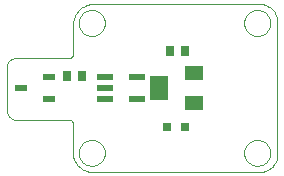
<source format=gtp>
G75*
%MOIN*%
%OFA0B0*%
%FSLAX24Y24*%
%IPPOS*%
%LPD*%
%AMOC8*
5,1,8,0,0,1.08239X$1,22.5*
%
%ADD10C,0.0000*%
%ADD11R,0.0520X0.0220*%
%ADD12R,0.0630X0.0512*%
%ADD13R,0.0630X0.0787*%
%ADD14R,0.0276X0.0354*%
%ADD15R,0.0315X0.0315*%
%ADD16R,0.0394X0.0197*%
D10*
X004197Y001722D02*
X009867Y001722D01*
X009866Y001721D02*
X009911Y001727D01*
X009955Y001737D01*
X009998Y001751D01*
X010040Y001767D01*
X010080Y001787D01*
X010119Y001810D01*
X010156Y001836D01*
X010190Y001865D01*
X010223Y001896D01*
X010252Y001930D01*
X010280Y001966D01*
X010304Y002004D01*
X010325Y002044D01*
X010343Y002085D01*
X010357Y002128D01*
X010368Y002172D01*
X010376Y002216D01*
X010380Y002261D01*
X010381Y002306D01*
X010378Y002351D01*
X010378Y002352D02*
X010378Y006682D01*
X010379Y006683D02*
X010380Y006729D01*
X010378Y006776D01*
X010372Y006822D01*
X010362Y006867D01*
X010349Y006912D01*
X010332Y006955D01*
X010312Y006997D01*
X010289Y007037D01*
X010263Y007076D01*
X010234Y007112D01*
X010202Y007146D01*
X010167Y007177D01*
X010130Y007205D01*
X010091Y007230D01*
X010050Y007253D01*
X010008Y007272D01*
X009964Y007287D01*
X009919Y007299D01*
X009874Y007308D01*
X009827Y007313D01*
X009827Y007312D02*
X004276Y007312D01*
X003764Y006682D02*
X003766Y006723D01*
X003772Y006764D01*
X003782Y006804D01*
X003795Y006843D01*
X003812Y006880D01*
X003833Y006916D01*
X003857Y006950D01*
X003884Y006981D01*
X003913Y007009D01*
X003946Y007035D01*
X003980Y007057D01*
X004017Y007076D01*
X004055Y007091D01*
X004095Y007103D01*
X004135Y007111D01*
X004176Y007115D01*
X004218Y007115D01*
X004259Y007111D01*
X004299Y007103D01*
X004339Y007091D01*
X004377Y007076D01*
X004413Y007057D01*
X004448Y007035D01*
X004481Y007009D01*
X004510Y006981D01*
X004537Y006950D01*
X004561Y006916D01*
X004582Y006880D01*
X004599Y006843D01*
X004612Y006804D01*
X004622Y006764D01*
X004628Y006723D01*
X004630Y006682D01*
X004628Y006641D01*
X004622Y006600D01*
X004612Y006560D01*
X004599Y006521D01*
X004582Y006484D01*
X004561Y006448D01*
X004537Y006414D01*
X004510Y006383D01*
X004481Y006355D01*
X004448Y006329D01*
X004414Y006307D01*
X004377Y006288D01*
X004339Y006273D01*
X004299Y006261D01*
X004259Y006253D01*
X004218Y006249D01*
X004176Y006249D01*
X004135Y006253D01*
X004095Y006261D01*
X004055Y006273D01*
X004017Y006288D01*
X003981Y006307D01*
X003946Y006329D01*
X003913Y006355D01*
X003884Y006383D01*
X003857Y006414D01*
X003833Y006448D01*
X003812Y006484D01*
X003795Y006521D01*
X003782Y006560D01*
X003772Y006600D01*
X003766Y006641D01*
X003764Y006682D01*
X003567Y006643D02*
X003567Y005659D01*
X003565Y005637D01*
X003561Y005615D01*
X003553Y005594D01*
X003542Y005574D01*
X003529Y005556D01*
X003513Y005540D01*
X003495Y005527D01*
X003475Y005516D01*
X003454Y005508D01*
X003432Y005504D01*
X003410Y005502D01*
X003410Y005501D02*
X001638Y005501D01*
X001638Y005502D02*
X001607Y005500D01*
X001577Y005495D01*
X001547Y005487D01*
X001518Y005475D01*
X001491Y005460D01*
X001466Y005442D01*
X001443Y005421D01*
X001422Y005398D01*
X001404Y005373D01*
X001389Y005346D01*
X001377Y005317D01*
X001369Y005287D01*
X001364Y005257D01*
X001362Y005226D01*
X001363Y005226D02*
X001363Y003769D01*
X001365Y003736D01*
X001370Y003704D01*
X001378Y003672D01*
X001390Y003641D01*
X001405Y003612D01*
X001423Y003584D01*
X001444Y003558D01*
X001467Y003535D01*
X001493Y003514D01*
X001521Y003496D01*
X001550Y003481D01*
X001581Y003469D01*
X001613Y003461D01*
X001645Y003456D01*
X001678Y003454D01*
X003449Y003454D01*
X003469Y003452D01*
X003489Y003447D01*
X003508Y003438D01*
X003525Y003426D01*
X003539Y003412D01*
X003551Y003395D01*
X003560Y003376D01*
X003565Y003356D01*
X003567Y003336D01*
X003567Y002352D01*
X003569Y002303D01*
X003575Y002253D01*
X003584Y002205D01*
X003598Y002157D01*
X003615Y002111D01*
X003636Y002066D01*
X003660Y002023D01*
X003687Y001982D01*
X003718Y001943D01*
X003752Y001907D01*
X003788Y001873D01*
X003827Y001842D01*
X003868Y001815D01*
X003911Y001791D01*
X003956Y001770D01*
X004002Y001753D01*
X004050Y001739D01*
X004098Y001730D01*
X004148Y001724D01*
X004197Y001722D01*
X003764Y002352D02*
X003766Y002393D01*
X003772Y002434D01*
X003782Y002474D01*
X003795Y002513D01*
X003812Y002550D01*
X003833Y002586D01*
X003857Y002620D01*
X003884Y002651D01*
X003913Y002679D01*
X003946Y002705D01*
X003980Y002727D01*
X004017Y002746D01*
X004055Y002761D01*
X004095Y002773D01*
X004135Y002781D01*
X004176Y002785D01*
X004218Y002785D01*
X004259Y002781D01*
X004299Y002773D01*
X004339Y002761D01*
X004377Y002746D01*
X004413Y002727D01*
X004448Y002705D01*
X004481Y002679D01*
X004510Y002651D01*
X004537Y002620D01*
X004561Y002586D01*
X004582Y002550D01*
X004599Y002513D01*
X004612Y002474D01*
X004622Y002434D01*
X004628Y002393D01*
X004630Y002352D01*
X004628Y002311D01*
X004622Y002270D01*
X004612Y002230D01*
X004599Y002191D01*
X004582Y002154D01*
X004561Y002118D01*
X004537Y002084D01*
X004510Y002053D01*
X004481Y002025D01*
X004448Y001999D01*
X004414Y001977D01*
X004377Y001958D01*
X004339Y001943D01*
X004299Y001931D01*
X004259Y001923D01*
X004218Y001919D01*
X004176Y001919D01*
X004135Y001923D01*
X004095Y001931D01*
X004055Y001943D01*
X004017Y001958D01*
X003981Y001977D01*
X003946Y001999D01*
X003913Y002025D01*
X003884Y002053D01*
X003857Y002084D01*
X003833Y002118D01*
X003812Y002154D01*
X003795Y002191D01*
X003782Y002230D01*
X003772Y002270D01*
X003766Y002311D01*
X003764Y002352D01*
X009276Y002352D02*
X009278Y002393D01*
X009284Y002434D01*
X009294Y002474D01*
X009307Y002513D01*
X009324Y002550D01*
X009345Y002586D01*
X009369Y002620D01*
X009396Y002651D01*
X009425Y002679D01*
X009458Y002705D01*
X009492Y002727D01*
X009529Y002746D01*
X009567Y002761D01*
X009607Y002773D01*
X009647Y002781D01*
X009688Y002785D01*
X009730Y002785D01*
X009771Y002781D01*
X009811Y002773D01*
X009851Y002761D01*
X009889Y002746D01*
X009925Y002727D01*
X009960Y002705D01*
X009993Y002679D01*
X010022Y002651D01*
X010049Y002620D01*
X010073Y002586D01*
X010094Y002550D01*
X010111Y002513D01*
X010124Y002474D01*
X010134Y002434D01*
X010140Y002393D01*
X010142Y002352D01*
X010140Y002311D01*
X010134Y002270D01*
X010124Y002230D01*
X010111Y002191D01*
X010094Y002154D01*
X010073Y002118D01*
X010049Y002084D01*
X010022Y002053D01*
X009993Y002025D01*
X009960Y001999D01*
X009926Y001977D01*
X009889Y001958D01*
X009851Y001943D01*
X009811Y001931D01*
X009771Y001923D01*
X009730Y001919D01*
X009688Y001919D01*
X009647Y001923D01*
X009607Y001931D01*
X009567Y001943D01*
X009529Y001958D01*
X009493Y001977D01*
X009458Y001999D01*
X009425Y002025D01*
X009396Y002053D01*
X009369Y002084D01*
X009345Y002118D01*
X009324Y002154D01*
X009307Y002191D01*
X009294Y002230D01*
X009284Y002270D01*
X009278Y002311D01*
X009276Y002352D01*
X004276Y007312D02*
X004224Y007311D01*
X004173Y007307D01*
X004122Y007299D01*
X004072Y007287D01*
X004023Y007271D01*
X003975Y007252D01*
X003929Y007229D01*
X003884Y007203D01*
X003842Y007174D01*
X003802Y007141D01*
X003765Y007106D01*
X003730Y007068D01*
X003698Y007027D01*
X003669Y006984D01*
X003644Y006940D01*
X003622Y006893D01*
X003604Y006845D01*
X003589Y006795D01*
X003578Y006745D01*
X003571Y006694D01*
X003567Y006643D01*
X009276Y006682D02*
X009278Y006723D01*
X009284Y006764D01*
X009294Y006804D01*
X009307Y006843D01*
X009324Y006880D01*
X009345Y006916D01*
X009369Y006950D01*
X009396Y006981D01*
X009425Y007009D01*
X009458Y007035D01*
X009492Y007057D01*
X009529Y007076D01*
X009567Y007091D01*
X009607Y007103D01*
X009647Y007111D01*
X009688Y007115D01*
X009730Y007115D01*
X009771Y007111D01*
X009811Y007103D01*
X009851Y007091D01*
X009889Y007076D01*
X009925Y007057D01*
X009960Y007035D01*
X009993Y007009D01*
X010022Y006981D01*
X010049Y006950D01*
X010073Y006916D01*
X010094Y006880D01*
X010111Y006843D01*
X010124Y006804D01*
X010134Y006764D01*
X010140Y006723D01*
X010142Y006682D01*
X010140Y006641D01*
X010134Y006600D01*
X010124Y006560D01*
X010111Y006521D01*
X010094Y006484D01*
X010073Y006448D01*
X010049Y006414D01*
X010022Y006383D01*
X009993Y006355D01*
X009960Y006329D01*
X009926Y006307D01*
X009889Y006288D01*
X009851Y006273D01*
X009811Y006261D01*
X009771Y006253D01*
X009730Y006249D01*
X009688Y006249D01*
X009647Y006253D01*
X009607Y006261D01*
X009567Y006273D01*
X009529Y006288D01*
X009493Y006307D01*
X009458Y006329D01*
X009425Y006355D01*
X009396Y006383D01*
X009369Y006414D01*
X009345Y006448D01*
X009324Y006484D01*
X009307Y006521D01*
X009294Y006560D01*
X009284Y006600D01*
X009278Y006641D01*
X009276Y006682D01*
D11*
X005702Y004887D03*
X004622Y004887D03*
X004622Y004517D03*
X004622Y004147D03*
X005702Y004147D03*
D12*
X007591Y004025D03*
X007591Y005009D03*
D13*
X006449Y004517D03*
D14*
X006788Y005733D03*
X007300Y005733D03*
X003882Y004918D03*
X003370Y004918D03*
D15*
X006709Y003206D03*
X007300Y003206D03*
D16*
X002780Y004143D03*
X001835Y004517D03*
X002780Y004891D03*
M02*

</source>
